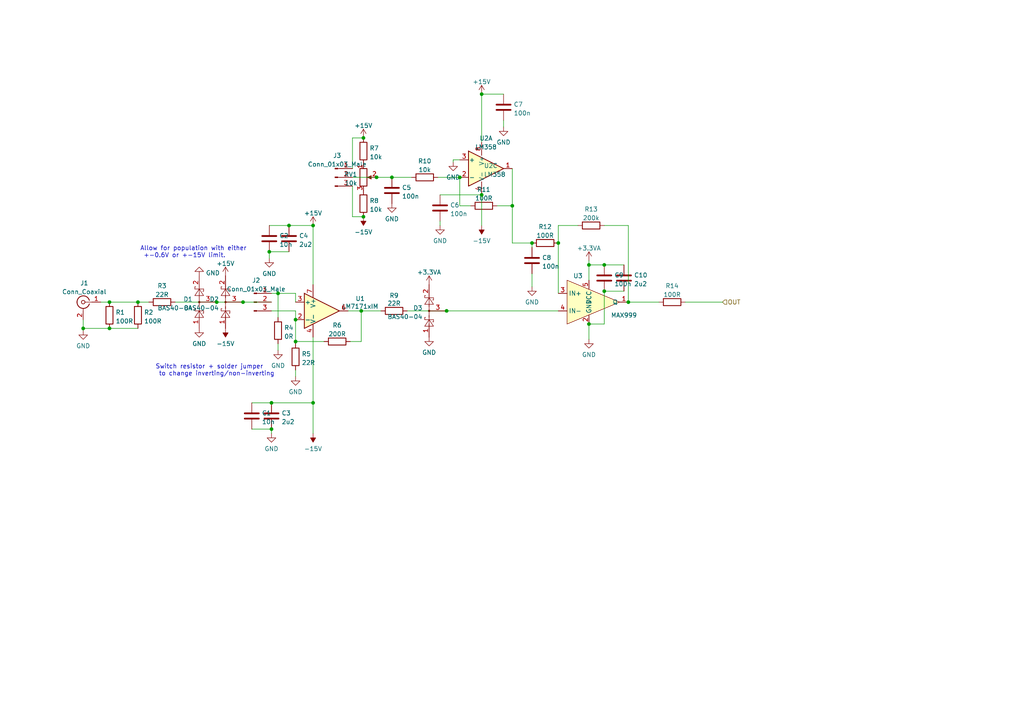
<source format=kicad_sch>
(kicad_sch (version 20211123) (generator eeschema)
  (paper "A4")
  (lib_symbols
    (symbol "AD:MAX999"
      (property "Reference" "U" (at 7.62 -5.08 0))
      (property "Value" "MAX999" (at 10.16 3.81 0))
      (symbol "MAX999_0_1"
        (polyline (pts (xy 7.62 0) (xy -7.62 -6.35) (xy -7.62 6.35) (xy 7.62 0)) (fill (type background)))
      )
      (symbol "MAX999_1_1"
        (pin input line (at 10.16 0 180) (length 2.54) (name "Q") (number "1"))
        (pin input line (at -1.27 -6.35 90) (length 2.54) (name "GND") (number "2"))
        (pin input line (at -10.16 2.54 0) (length 2.54) (name "IN+") (number "3"))
        (pin input line (at -10.16 -2.54 0) (length 2.54) (name "IN-") (number "4"))
        (pin input line (at -1.27 6.35 270) (length 2.54) (name "VCC") (number "5"))
      )
    )
    (symbol "Amplifier_Operational:LM358" (pin_names (offset 0.127))
      (property "Reference" "U" (at 0 5.08 0))
      (property "Value" "LM358" (at 0 -5.08 0))
      (symbol "LM358_1_1"
        (polyline (pts (xy -5.08 5.08) (xy 5.08 0) (xy -5.08 -5.08) (xy -5.08 5.08)) (stroke (width 0.254)) (fill (type background)))
        (pin output line (at 7.62 0 180) (length 2.54) (name "~") (number "1"))
        (pin input line (at -7.62 -2.54 0) (length 2.54) (name "-") (number "2"))
        (pin input line (at -7.62 2.54 0) (length 2.54) (name "+") (number "3"))
      )
      (symbol "LM358_2_1"
        (polyline (pts (xy -5.08 5.08) (xy 5.08 0) (xy -5.08 -5.08) (xy -5.08 5.08)) (stroke (width 0.254)) (fill (type background)))
        (pin input line (at -7.62 2.54 0) (length 2.54) (name "+") (number "5"))
        (pin input line (at -7.62 -2.54 0) (length 2.54) (name "-") (number "6"))
        (pin output line (at 7.62 0 180) (length 2.54) (name "~") (number "7"))
      )
      (symbol "LM358_3_1"
        (pin power_in line (at -2.54 -7.62 90) (length 3.81) (name "V-") (number "4"))
        (pin power_in line (at -2.54 7.62 270) (length 3.81) (name "V+") (number "8"))
      )
    )
    (symbol "Amplifier_Operational:LM7171xIM" (pin_names (offset 0.127))
      (property "Reference" "U" (at 0 6.35 0))
      (property "Value" "LM7171xIM" (at 0 3.81 0))
      (symbol "LM7171xIM_1_1"
        (polyline (pts (xy -5.08 5.08) (xy 5.08 0) (xy -5.08 -5.08) (xy -5.08 5.08)) (stroke (width 0.254)) (fill (type background)))
        (pin no_connect line (at 0 7.62 270) (length 5.08) hide (name "NC") (number "1"))
        (pin input line (at -7.62 -2.54 0) (length 2.54) (name "-") (number "2"))
        (pin input line (at -7.62 2.54 0) (length 2.54) (name "+") (number "3"))
        (pin power_in line (at -2.54 -7.62 90) (length 3.81) (name "V-") (number "4"))
        (pin no_connect line (at 0 -7.62 90) (length 5.08) hide (name "NC") (number "5"))
        (pin output line (at 7.62 0 180) (length 2.54) (name "~") (number "6"))
        (pin power_in line (at -2.54 7.62 270) (length 3.81) (name "V+") (number "7"))
        (pin no_connect line (at 2.54 -7.62 90) (length 6.35) hide (name "NC") (number "8"))
      )
    )
    (symbol "Connector:Conn_01x03_Male" (pin_names (offset 1.016) hide)
      (property "Reference" "J" (at 0 5.08 0))
      (property "Value" "Conn_01x03_Male" (at 0 -5.08 0))
      (symbol "Conn_01x03_Male_1_1"
        (polyline (pts (xy 1.27 -2.54) (xy 0.8636 -2.54)) (stroke (width 0.1524)))
        (polyline (pts (xy 1.27 0) (xy 0.8636 0)) (stroke (width 0.1524)))
        (polyline (pts (xy 1.27 2.54) (xy 0.8636 2.54)) (stroke (width 0.1524)))
        (rectangle (start 0.8636 -2.413) (end 0 -2.667) (stroke (width 0.1524)) (fill (type outline)))
        (rectangle (start 0.8636 0.127) (end 0 -0.127) (stroke (width 0.1524)) (fill (type outline)))
        (rectangle (start 0.8636 2.667) (end 0 2.413) (stroke (width 0.1524)) (fill (type outline)))
        (pin passive line (at 5.08 2.54 180) (length 3.81) (name "Pin_1") (number "1"))
        (pin passive line (at 5.08 0 180) (length 3.81) (name "Pin_2") (number "2"))
        (pin passive line (at 5.08 -2.54 180) (length 3.81) (name "Pin_3") (number "3"))
      )
    )
    (symbol "Connector:Conn_Coaxial" (pin_names (offset 1.016) hide)
      (property "Reference" "J" (at 0.254 3.048 0))
      (property "Value" "Conn_Coaxial" (at 2.921 0 90))
      (symbol "Conn_Coaxial_0_1"
        (arc (start -1.778 -0.508) (mid 0.2311 -1.8066) (end 1.778 0) (stroke (width 0.254)))
        (polyline (pts (xy -2.54 0) (xy -0.508 0)))
        (polyline (pts (xy 0 -2.54) (xy 0 -1.778)))
        (circle (center 0 0) (radius 0.508) (stroke (width 0.2032)))
        (arc (start 1.778 0) (mid 0.2099 1.8101) (end -1.778 0.508) (stroke (width 0.254)))
      )
      (symbol "Conn_Coaxial_1_1"
        (pin passive line (at -5.08 0 0) (length 2.54) (name "In") (number "1"))
        (pin passive line (at 0 -5.08 90) (length 2.54) (name "Ext") (number "2"))
      )
    )
    (symbol "Device:C" (pin_numbers hide) (pin_names (offset 0.254))
      (property "Reference" "C" (at 0.635 2.54 0))
      (property "Value" "C" (at 0.635 -2.54 0))
      (symbol "C_0_1"
        (polyline (pts (xy -2.032 -0.762) (xy 2.032 -0.762)) (stroke (width 0.508)))
        (polyline (pts (xy -2.032 0.762) (xy 2.032 0.762)) (stroke (width 0.508)))
      )
      (symbol "C_1_1"
        (pin passive line (at 0 3.81 270) (length 2.794) (name "~") (number "1"))
        (pin passive line (at 0 -3.81 90) (length 2.794) (name "~") (number "2"))
      )
    )
    (symbol "Device:R" (pin_numbers hide) (pin_names (offset 0))
      (property "Reference" "R" (at 2.032 0 90))
      (property "Value" "R" (at 0 0 90))
      (symbol "R_0_1"
        (rectangle (start -1.016 -2.54) (end 1.016 2.54) (stroke (width 0.254)))
      )
      (symbol "R_1_1"
        (pin passive line (at 0 3.81 270) (length 1.27) (name "~") (number "1"))
        (pin passive line (at 0 -3.81 90) (length 1.27) (name "~") (number "2"))
      )
    )
    (symbol "Device:R_Potentiometer" (pin_names (offset 1.016) hide)
      (property "Reference" "RV" (at -4.445 0 90))
      (property "Value" "R_Potentiometer" (at -2.54 0 90))
      (symbol "R_Potentiometer_0_1"
        (polyline (pts (xy 2.54 0) (xy 1.524 0)))
        (polyline (pts (xy 1.143 0) (xy 2.286 0.508) (xy 2.286 -0.508) (xy 1.143 0)) (fill (type outline)))
        (rectangle (start 1.016 2.54) (end -1.016 -2.54) (stroke (width 0.254)))
      )
      (symbol "R_Potentiometer_1_1"
        (pin passive line (at 0 3.81 270) (length 1.27) (name "1") (number "1"))
        (pin passive line (at 3.81 0 180) (length 1.27) (name "2") (number "2"))
        (pin passive line (at 0 -3.81 90) (length 1.27) (name "3") (number "3"))
      )
    )
    (symbol "Diode:BAS40-04" (pin_names (offset 1.016))
      (property "Reference" "D" (at 0.635 -1.27 0))
      (property "Value" "BAS40-04" (at -6.35 5.715 0))
      (symbol "BAS40-04_0_1"
        (polyline (pts (xy -3.81 2.54) (xy -1.27 2.54)))
        (polyline (pts (xy -3.175 1.27) (xy -3.175 1.524)))
        (polyline (pts (xy -2.54 1.27) (xy -3.175 1.27)))
        (polyline (pts (xy -2.54 1.27) (xy -2.54 3.81)))
        (polyline (pts (xy -2.54 3.81) (xy -1.905 3.81)))
        (polyline (pts (xy -1.905 2.54) (xy 1.905 2.54)))
        (polyline (pts (xy -1.905 3.81) (xy -1.905 3.556)))
        (polyline (pts (xy 1.27 2.54) (xy 3.81 2.54)))
        (polyline (pts (xy 3.175 1.27) (xy 3.175 1.524)))
        (polyline (pts (xy 3.81 1.27) (xy 3.175 1.27)))
        (polyline (pts (xy 3.81 1.27) (xy 3.81 3.81)))
        (polyline (pts (xy 3.81 3.81) (xy 4.445 3.81)))
        (polyline (pts (xy 4.445 3.81) (xy 4.445 3.556)))
        (polyline (pts (xy -4.445 3.81) (xy -4.445 1.27) (xy -2.54 2.54) (xy -4.445 3.81)))
        (polyline (pts (xy 1.905 3.81) (xy 1.905 1.27) (xy 3.81 2.54) (xy 1.905 3.81)))
        (circle (center 0 2.54) (radius 0.254) (fill (type outline)))
      )
      (symbol "BAS40-04_1_1"
        (pin passive line (at -7.62 2.54 0) (length 3.81) (name "~") (number "1"))
        (pin passive line (at 7.62 2.54 180) (length 3.81) (name "~") (number "2"))
        (pin passive line (at 0 -2.54 90) (length 5.08) (name "~") (number "3"))
      )
    )
    (symbol "power:+15V" (power) (pin_names (offset 0))
      (property "Value" "+15V" (at 0 3.556 0))
      (symbol "+15V_0_1"
        (polyline (pts (xy -0.762 1.27) (xy 0 2.54)))
        (polyline (pts (xy 0 0) (xy 0 2.54)))
        (polyline (pts (xy 0 2.54) (xy 0.762 1.27)))
      )
      (symbol "+15V_1_1"
        (pin power_in line (at 0 0 90) (length 0) hide (name "+15V") (number "1"))
      )
    )
    (symbol "power:+3.3VA" (power) (pin_names (offset 0))
      (property "Value" "+3.3VA" (at 0 3.556 0))
      (symbol "+3.3VA_0_1"
        (polyline (pts (xy -0.762 1.27) (xy 0 2.54)))
        (polyline (pts (xy 0 0) (xy 0 2.54)))
        (polyline (pts (xy 0 2.54) (xy 0.762 1.27)))
      )
      (symbol "+3.3VA_1_1"
        (pin power_in line (at 0 0 90) (length 0) hide (name "+3.3VA") (number "1"))
      )
    )
    (symbol "power:-15V" (power) (pin_names (offset 0))
      (property "Value" "-15V" (at 0 3.81 0))
      (symbol "-15V_0_0"
        (pin power_in line (at 0 0 90) (length 0) hide (name "-15V") (number "1"))
      )
      (symbol "-15V_0_1"
        (polyline (pts (xy 0 0) (xy 0 1.27) (xy 0.762 1.27) (xy 0 2.54) (xy -0.762 1.27) (xy 0 1.27)) (fill (type outline)))
      )
    )
    (symbol "power:GND" (power) (pin_names (offset 0))
      (property "Value" "GND" (at 0 -3.81 0))
      (symbol "GND_0_1"
        (polyline (pts (xy 0 0) (xy 0 -1.27) (xy 1.27 -1.27) (xy 0 -2.54) (xy -1.27 -1.27) (xy 0 -1.27)))
      )
      (symbol "GND_1_1"
        (pin power_in line (at 0 0 270) (length 0) hide (name "GND") (number "1"))
      )
    )
  )
  (junction (at 78.74 124.46))
  (junction (at 139.7 56.515))
  (junction (at 105.41 62.865))
  (junction (at 105.41 40.005))
  (junction (at 175.26 84.455))
  (junction (at 104.775 90.17))
  (junction (at 133.35 51.435))
  (junction (at 85.725 99.06))
  (junction (at 83.82 65.405))
  (junction (at 70.485 87.63))
  (junction (at 170.815 93.98))
  (junction (at 80.645 85.09))
  (junction (at 113.665 51.435))
  (junction (at 85.725 92.71))
  (junction (at 90.805 65.405))
  (junction (at 90.805 116.84))
  (junction (at 62.865 87.63))
  (junction (at 40.005 87.63))
  (junction (at 161.925 70.485))
  (junction (at 31.75 95.25))
  (junction (at 78.74 116.84))
  (junction (at 148.59 59.69))
  (junction (at 78.105 73.025))
  (junction (at 175.26 76.835))
  (junction (at 139.7 27.305))
  (junction (at 24.13 95.25))
  (junction (at 31.75 87.63))
  (junction (at 109.22 51.435))
  (junction (at 170.815 76.835))
  (junction (at 154.305 70.485))
  (junction (at 182.245 87.63))
  (junction (at 129.54 90.17))
  (wire (pts (xy 85.725 85.09) (xy 85.725 87.63)))
  (wire (pts (xy 182.245 87.63) (xy 191.135 87.63)))
  (wire (pts (xy 105.41 62.865) (xy 102.235 62.865)))
  (wire (pts (xy 85.725 92.71) (xy 85.725 99.06)))
  (wire (pts (xy 90.805 65.405) (xy 90.805 82.55)))
  (wire (pts (xy 129.54 90.17) (xy 161.925 90.17)))
  (wire (pts (xy 148.59 59.69) (xy 144.145 59.69)))
  (wire (pts (xy 127.635 64.135) (xy 127.635 65.405)))
  (wire (pts (xy 182.245 65.405) (xy 175.26 65.405)))
  (wire (pts (xy 78.74 90.17) (xy 85.725 90.17)))
  (wire (pts (xy 161.925 65.405) (xy 161.925 70.485)))
  (wire (pts (xy 78.105 73.025) (xy 78.105 74.93)))
  (wire (pts (xy 78.74 116.84) (xy 90.805 116.84)))
  (wire (pts (xy 101.6 99.06) (xy 104.775 99.06)))
  (wire (pts (xy 102.235 40.005) (xy 105.41 40.005)))
  (wire (pts (xy 161.925 70.485) (xy 161.925 85.09)))
  (wire (pts (xy 127 51.435) (xy 133.35 51.435)))
  (wire (pts (xy 29.21 87.63) (xy 31.75 87.63)))
  (wire (pts (xy 131.445 46.355) (xy 131.445 46.99)))
  (wire (pts (xy 139.7 27.305) (xy 139.7 41.275)))
  (wire (pts (xy 154.305 70.485) (xy 154.305 71.755)))
  (wire (pts (xy 175.26 84.455) (xy 175.26 93.98)))
  (wire (pts (xy 90.805 97.79) (xy 90.805 116.84)))
  (wire (pts (xy 24.13 95.25) (xy 31.75 95.25)))
  (wire (pts (xy 133.35 59.69) (xy 136.525 59.69)))
  (wire (pts (xy 85.725 90.17) (xy 85.725 92.71)))
  (wire (pts (xy 133.35 46.355) (xy 131.445 46.355)))
  (wire (pts (xy 80.645 85.09) (xy 80.645 92.075)))
  (wire (pts (xy 133.35 51.435) (xy 133.35 59.69)))
  (wire (pts (xy 85.725 99.06) (xy 93.98 99.06)))
  (wire (pts (xy 170.815 93.98) (xy 170.815 98.425)))
  (wire (pts (xy 148.59 70.485) (xy 154.305 70.485)))
  (wire (pts (xy 113.665 51.435) (xy 119.38 51.435)))
  (wire (pts (xy 85.725 99.06) (xy 85.725 99.695)))
  (wire (pts (xy 175.26 76.835) (xy 180.975 76.835)))
  (wire (pts (xy 80.645 99.695) (xy 80.645 101.6)))
  (wire (pts (xy 146.05 27.305) (xy 139.7 27.305)))
  (wire (pts (xy 146.05 34.925) (xy 146.05 36.83)))
  (wire (pts (xy 109.22 51.435) (xy 113.665 51.435)))
  (wire (pts (xy 175.26 84.455) (xy 180.975 84.455)))
  (wire (pts (xy 167.64 65.405) (xy 161.925 65.405)))
  (wire (pts (xy 118.11 90.17) (xy 129.54 90.17)))
  (wire (pts (xy 170.815 76.835) (xy 170.815 81.28)))
  (wire (pts (xy 139.7 56.515) (xy 139.7 65.405)))
  (wire (pts (xy 24.13 95.25) (xy 24.13 95.885)))
  (wire (pts (xy 73.025 124.46) (xy 78.74 124.46)))
  (wire (pts (xy 31.75 87.63) (xy 40.005 87.63)))
  (wire (pts (xy 104.775 90.17) (xy 104.775 99.06)))
  (wire (pts (xy 40.005 87.63) (xy 43.18 87.63)))
  (wire (pts (xy 80.645 85.09) (xy 85.725 85.09)))
  (wire (pts (xy 127.635 56.515) (xy 139.7 56.515)))
  (wire (pts (xy 102.235 51.435) (xy 109.22 51.435)))
  (wire (pts (xy 175.26 93.98) (xy 170.815 93.98)))
  (wire (pts (xy 62.865 87.63) (xy 70.485 87.63)))
  (wire (pts (xy 182.245 87.63) (xy 182.245 65.405)))
  (wire (pts (xy 24.13 92.71) (xy 24.13 95.25)))
  (wire (pts (xy 78.105 65.405) (xy 83.82 65.405)))
  (wire (pts (xy 154.305 79.375) (xy 154.305 83.185)))
  (wire (pts (xy 78.105 73.025) (xy 83.82 73.025)))
  (wire (pts (xy 170.815 75.565) (xy 170.815 76.835)))
  (wire (pts (xy 104.775 90.17) (xy 110.49 90.17)))
  (wire (pts (xy 102.235 53.975) (xy 102.235 62.865)))
  (wire (pts (xy 83.82 65.405) (xy 90.805 65.405)))
  (wire (pts (xy 31.75 95.25) (xy 40.005 95.25)))
  (wire (pts (xy 90.805 116.84) (xy 90.805 125.73)))
  (wire (pts (xy 100.965 90.17) (xy 104.775 90.17)))
  (wire (pts (xy 148.59 59.69) (xy 148.59 70.485)))
  (wire (pts (xy 78.74 124.46) (xy 78.74 125.73)))
  (wire (pts (xy 78.74 85.09) (xy 80.645 85.09)))
  (wire (pts (xy 170.815 76.835) (xy 175.26 76.835)))
  (wire (pts (xy 73.025 116.84) (xy 78.74 116.84)))
  (wire (pts (xy 85.725 107.315) (xy 85.725 109.22)))
  (wire (pts (xy 102.235 48.895) (xy 102.235 40.005)))
  (wire (pts (xy 50.8 87.63) (xy 62.865 87.63)))
  (wire (pts (xy 70.485 87.63) (xy 78.74 87.63)))
  (wire (pts (xy 148.59 48.895) (xy 148.59 59.69)))
  (wire (pts (xy 198.755 87.63) (xy 209.55 87.63)))
  (text "Allow for population with either\n +-0.6V or +-15V limit." (at 40.64 74.93 0) (effects (font (size 1.27 1.27)) (justify left bottom)))
  (text "Switch resistor + solder jumper\n to change inverting/non-inverting" (at 45.085 109.22 0) (effects (font (size 1.27 1.27)) (justify left bottom)))
  (hierarchical_label "OUT" (shape input) (at 209.55 87.63 0))
  (symbol (lib_id "power:GND") (at 57.785 80.01 180) (unit 1)
    (property "Reference" "#PWR0117" (effects hide))
    (property "Value" "GND" (at 59.69 79.1738 0) (effects (justify right)))
  )
  (symbol (lib_id "Diode:BAS40-04") (at 67.945 87.63 90) (unit 1)
    (property "Reference" "D2" (at 63.5 86.7953 90) (effects (justify left)))
    (property "Value" "BAS40-04" (at 63.5 89.3322 90) (effects (justify left)))
    (property "Footprint" "Package_TO_SOT_SMD:SOT-23" (effects hide))
    (property "Datasheet" "http://www.vishay.com/docs/85701/bas40v.pdf" (effects hide))
  )
  (symbol (lib_id "power:GND") (at 78.74 125.73 0) (unit 1)
    (property "Reference" "#PWR0112" (effects hide))
    (property "Value" "GND" (at 78.74 130.1734 0))
  )
  (symbol (lib_id "Device:C") (at 73.025 120.65 0) (unit 1)
    (property "Reference" "C1" (at 75.946 119.8153 0) (effects (justify left)))
    (property "Value" "10n" (at 75.946 122.3522 0) (effects (justify left)))
    (property "Footprint" "Capacitor_SMD:C_0402_1005Metric" (effects hide))
  )
  (symbol (lib_id "Device:C") (at 154.305 75.565 0) (unit 1)
    (property "Reference" "C8" (at 157.226 74.7303 0) (effects (justify left)))
    (property "Value" "100n" (at 157.226 77.2672 0) (effects (justify left)))
    (property "Footprint" "Capacitor_SMD:C_0402_1005Metric" (effects hide))
  )
  (symbol (lib_id "Device:C") (at 83.82 69.215 0) (unit 1)
    (property "Reference" "C4" (at 86.741 68.3803 0) (effects (justify left)))
    (property "Value" "2u2" (at 86.741 70.9172 0) (effects (justify left)))
    (property "Footprint" "Capacitor_SMD:C_0603_1608Metric" (effects hide))
  )
  (symbol (lib_id "power:+15V") (at 65.405 80.01 0) (unit 1)
    (property "Reference" "#PWR0116" (effects hide))
    (property "Value" "+15V" (at 65.405 76.4342 0))
  )
  (symbol (lib_id "Device:C") (at 78.105 69.215 0) (unit 1)
    (property "Reference" "C2" (at 81.026 68.3803 0) (effects (justify left)))
    (property "Value" "10n" (at 81.026 70.9172 0) (effects (justify left)))
    (property "Footprint" "Capacitor_SMD:C_0402_1005Metric" (effects hide))
  )
  (symbol (lib_id "Connector:Conn_01x03_Male") (at 73.66 87.63 0) (unit 1)
    (property "Reference" "J2" (at 74.295 81.314 0))
    (property "Value" "Conn_01x03_Male" (at 74.295 83.8509 0))
    (property "Footprint" "Jumper:SolderJumper-3_P1.3mm_Bridged12_Pad1.0x1.5mm" (effects hide))
  )
  (symbol (lib_id "Device:R") (at 123.19 51.435 90) (unit 1)
    (property "Reference" "R10" (at 123.19 46.7192 90))
    (property "Value" "10k" (at 123.19 49.2561 90))
    (property "Footprint" "Resistor_SMD:R_0402_1005Metric" (effects hide))
  )
  (symbol (lib_id "Diode:BAS40-04") (at 60.325 87.63 90) (unit 1)
    (property "Reference" "D1" (at 55.88 86.7953 90) (effects (justify left)))
    (property "Value" "BAS40-04" (at 55.88 89.3322 90) (effects (justify left)))
    (property "Footprint" "Package_TO_SOT_SMD:SOT-23" (effects hide))
    (property "Datasheet" "http://www.vishay.com/docs/85701/bas40v.pdf" (effects hide))
  )
  (symbol (lib_id "power:-15V") (at 105.41 62.865 180) (unit 1)
    (property "Reference" "#PWR0105" (effects hide))
    (property "Value" "-15V" (at 105.41 67.3084 0))
  )
  (symbol (lib_id "Amplifier_Operational:LM7171xIM") (at 93.345 90.17 0) (unit 1)
    (property "Reference" "U1" (at 104.4673 86.6141 0))
    (property "Value" "LM7171xIM" (at 104.4673 88.8802 0))
    (property "Footprint" "Package_SO:SOIC-8_3.9x4.9mm_P1.27mm" (effects hide))
    (property "Datasheet" "https://www.ti.com/lit/ds/symlink/lm7171.pdf" (effects hide))
  )
  (symbol (lib_id "Device:C") (at 146.05 31.115 0) (unit 1)
    (property "Reference" "C7" (at 148.971 30.2803 0) (effects (justify left)))
    (property "Value" "100n" (at 148.971 32.8172 0) (effects (justify left)))
    (property "Footprint" "Capacitor_SMD:C_0402_1005Metric" (effects hide))
  )
  (symbol (lib_id "power:GND") (at 85.725 109.22 0) (unit 1)
    (property "Reference" "#PWR0111" (effects hide))
    (property "Value" "GND" (at 85.725 113.6634 0))
  )
  (symbol (lib_id "Device:R") (at 31.75 91.44 0) (unit 1)
    (property "Reference" "R1" (at 33.528 90.6053 0) (effects (justify left)))
    (property "Value" "100R" (at 33.528 93.1422 0) (effects (justify left)))
    (property "Footprint" "Resistor_SMD:R_0402_1005Metric" (effects hide))
  )
  (symbol (lib_id "AD:MAX999") (at 172.085 87.63 0) (unit 1)
    (property "Reference" "U3" (at 167.64 80.01 0))
    (property "Value" "MAX999" (at 180.975 91.44 0))
    (property "Footprint" "Package_TO_SOT_SMD:SOT-23-5" (effects hide))
  )
  (symbol (lib_id "power:GND") (at 113.665 59.055 0) (unit 1)
    (property "Reference" "#PWR0106" (effects hide))
    (property "Value" "GND" (at 113.665 63.4984 0))
  )
  (symbol (lib_id "Device:R") (at 80.645 95.885 180) (unit 1)
    (property "Reference" "R4" (at 82.423 95.0503 0) (effects (justify right)))
    (property "Value" "0R" (at 82.423 97.5872 0) (effects (justify right)))
    (property "Footprint" "Resistor_SMD:R_0402_1005Metric" (effects hide))
  )
  (symbol (lib_id "power:GND") (at 154.305 83.185 0) (unit 1)
    (property "Reference" "#PWR0123" (effects hide))
    (property "Value" "GND" (at 154.305 87.6284 0))
  )
  (symbol (lib_id "power:+15V") (at 105.41 40.005 0) (unit 1)
    (property "Reference" "#PWR0110" (effects hide))
    (property "Value" "+15V" (at 105.41 36.4292 0))
  )
  (symbol (lib_id "power:GND") (at 24.13 95.885 0) (unit 1)
    (property "Reference" "#PWR0118" (effects hide))
    (property "Value" "GND" (at 24.13 100.3284 0))
  )
  (symbol (lib_id "Device:R") (at 194.945 87.63 90) (unit 1)
    (property "Reference" "R14" (at 194.945 82.9142 90))
    (property "Value" "100R" (at 194.945 85.4511 90))
    (property "Footprint" "Resistor_SMD:R_0402_1005Metric" (effects hide))
  )
  (symbol (lib_id "power:GND") (at 146.05 36.83 0) (unit 1)
    (property "Reference" "#PWR0108" (effects hide))
    (property "Value" "GND" (at 146.05 41.2734 0))
  )
  (symbol (lib_id "power:GND") (at 57.785 95.25 0) (unit 1)
    (property "Reference" "#PWR0120" (effects hide))
    (property "Value" "GND" (at 57.785 99.6934 0))
  )
  (symbol (lib_id "power:GND") (at 78.105 74.93 0) (unit 1)
    (property "Reference" "#PWR0115" (effects hide))
    (property "Value" "GND" (at 78.105 79.3734 0))
  )
  (symbol (lib_id "Connector:Conn_01x03_Male") (at 97.155 51.435 0) (unit 1)
    (property "Reference" "J3" (at 97.79 45.119 0))
    (property "Value" "Conn_01x03_Male" (at 97.79 47.6559 0))
    (property "Footprint" "Connector_PinHeader_2.54mm:PinHeader_1x03_P2.54mm_Vertical" (effects hide))
  )
  (symbol (lib_id "Device:R") (at 140.335 59.69 90) (unit 1)
    (property "Reference" "R11" (at 140.335 54.9742 90))
    (property "Value" "100R" (at 140.335 57.5111 90))
    (property "Footprint" "Resistor_SMD:R_0402_1005Metric" (effects hide))
  )
  (symbol (lib_id "power:+15V") (at 90.805 65.405 0) (unit 1)
    (property "Reference" "#PWR0104" (effects hide))
    (property "Value" "+15V" (at 90.805 61.8292 0))
  )
  (symbol (lib_id "power:-15V") (at 139.7 65.405 180) (unit 1)
    (property "Reference" "#PWR0122" (effects hide))
    (property "Value" "-15V" (at 139.7 69.8484 0))
  )
  (symbol (lib_id "Device:C") (at 113.665 55.245 0) (unit 1)
    (property "Reference" "C5" (at 116.586 54.4103 0) (effects (justify left)))
    (property "Value" "100n" (at 116.586 56.9472 0) (effects (justify left)))
    (property "Footprint" "Capacitor_SMD:C_0402_1005Metric" (effects hide))
  )
  (symbol (lib_id "Device:C") (at 78.74 120.65 0) (unit 1)
    (property "Reference" "C3" (at 81.661 119.8153 0) (effects (justify left)))
    (property "Value" "2u2" (at 81.661 122.3522 0) (effects (justify left)))
    (property "Footprint" "Capacitor_SMD:C_0603_1608Metric" (effects hide))
  )
  (symbol (lib_id "Device:R") (at 114.3 90.17 270) (unit 1)
    (property "Reference" "R9" (at 114.3 85.725 90))
    (property "Value" "22R" (at 114.3 87.9911 90))
    (property "Footprint" "Resistor_SMD:R_0402_1005Metric" (effects hide))
  )
  (symbol (lib_id "Device:R") (at 171.45 65.405 90) (unit 1)
    (property "Reference" "R13" (at 171.45 60.6892 90))
    (property "Value" "200k" (at 171.45 63.2261 90))
    (property "Footprint" "Resistor_SMD:R_0402_1005Metric" (effects hide))
  )
  (symbol (lib_id "Connector:Conn_Coaxial") (at 24.13 87.63 0) (mirror y) (unit 1)
    (property "Reference" "J1" (at 24.4474 82.1036 0))
    (property "Value" "Conn_Coaxial" (at 24.4474 84.6405 0))
    (property "Footprint" "Connector_Coaxial:BNC_Amphenol_B6252HB-NPP3G-50_Horizontal" (effects hide))
    (property "Datasheet" " ~" (effects hide))
  )
  (symbol (lib_id "Device:C") (at 127.635 60.325 0) (unit 1)
    (property "Reference" "C6" (at 130.556 59.4903 0) (effects (justify left)))
    (property "Value" "100n" (at 130.556 62.0272 0) (effects (justify left)))
    (property "Footprint" "Capacitor_SMD:C_0402_1005Metric" (effects hide))
  )
  (symbol (lib_id "Diode:BAS40-04") (at 127 90.17 90) (unit 1)
    (property "Reference" "D3" (at 122.555 89.3353 90) (effects (justify left)))
    (property "Value" "BAS40-04" (at 122.555 91.8722 90) (effects (justify left)))
    (property "Footprint" "Package_TO_SOT_SMD:SOT-23" (effects hide))
    (property "Datasheet" "http://www.vishay.com/docs/85701/bas40v.pdf" (effects hide))
  )
  (symbol (lib_id "Device:C") (at 180.975 80.645 0) (unit 1)
    (property "Reference" "C10" (at 183.896 79.8103 0) (effects (justify left)))
    (property "Value" "2u2" (at 183.896 82.3472 0) (effects (justify left)))
    (property "Footprint" "Capacitor_SMD:C_0603_1608Metric" (effects hide))
  )
  (symbol (lib_id "Device:C") (at 175.26 80.645 0) (unit 1)
    (property "Reference" "C9" (at 178.181 79.8103 0) (effects (justify left)))
    (property "Value" "100n" (at 178.181 82.3472 0) (effects (justify left)))
    (property "Footprint" "Capacitor_SMD:C_0402_1005Metric" (effects hide))
  )
  (symbol (lib_id "power:+3.3VA") (at 124.46 82.55 0) (unit 1)
    (property "Reference" "#PWR0103" (effects hide))
    (property "Value" "+3.3VA" (at 124.46 78.9742 0))
  )
  (symbol (lib_id "Device:R") (at 158.115 70.485 90) (unit 1)
    (property "Reference" "R12" (at 158.115 65.7692 90))
    (property "Value" "100R" (at 158.115 68.3061 90))
    (property "Footprint" "Resistor_SMD:R_0402_1005Metric" (effects hide))
  )
  (symbol (lib_id "Device:R") (at 105.41 59.055 180) (unit 1)
    (property "Reference" "R8" (at 107.188 58.2203 0) (effects (justify right)))
    (property "Value" "10k" (at 107.188 60.7572 0) (effects (justify right)))
    (property "Footprint" "Resistor_SMD:R_0402_1005Metric" (effects hide))
  )
  (symbol (lib_id "Device:R") (at 97.79 99.06 90) (unit 1)
    (property "Reference" "R6" (at 97.79 94.3442 90))
    (property "Value" "200R" (at 97.79 96.8811 90))
    (property "Footprint" "Resistor_SMD:R_0402_1005Metric" (effects hide))
  )
  (symbol (lib_id "power:-15V") (at 65.405 95.25 180) (unit 1)
    (property "Reference" "#PWR0119" (effects hide))
    (property "Value" "-15V" (at 65.405 99.6934 0))
  )
  (symbol (lib_id "power:GND") (at 127.635 65.405 0) (unit 1)
    (property "Reference" "#PWR0102" (effects hide))
    (property "Value" "GND" (at 127.635 69.8484 0))
  )
  (symbol (lib_id "power:GND") (at 131.445 46.99 0) (unit 1)
    (property "Reference" "#PWR0109" (effects hide))
    (property "Value" "GND" (at 131.445 51.4334 0))
  )
  (symbol (lib_id "Device:R_Potentiometer") (at 105.41 51.435 0) (unit 1)
    (property "Reference" "RV1" (at 103.6321 50.6003 0) (effects (justify right)))
    (property "Value" "10k" (at 103.6321 53.1372 0) (effects (justify right)))
    (property "Footprint" "Potentiometer_THT:Potentiometer_Bourns_3296W_Vertical" (effects hide))
  )
  (symbol (lib_id "Device:R") (at 40.005 91.44 0) (unit 1)
    (property "Reference" "R2" (at 41.783 90.6053 0) (effects (justify left)))
    (property "Value" "100R" (at 41.783 93.1422 0) (effects (justify left)))
    (property "Footprint" "Resistor_SMD:R_0402_1005Metric" (effects hide))
  )
  (symbol (lib_id "Device:R") (at 85.725 103.505 180) (unit 1)
    (property "Reference" "R5" (at 87.503 102.6703 0) (effects (justify right)))
    (property "Value" "22R" (at 87.503 105.2072 0) (effects (justify right)))
    (property "Footprint" "Resistor_SMD:R_0402_1005Metric" (effects hide))
  )
  (symbol (lib_id "Device:R") (at 105.41 43.815 180) (unit 1)
    (property "Reference" "R7" (at 107.188 42.9803 0) (effects (justify right)))
    (property "Value" "10k" (at 107.188 45.5172 0) (effects (justify right)))
    (property "Footprint" "Resistor_SMD:R_0402_1005Metric" (effects hide))
  )
  (symbol (lib_id "Amplifier_Operational:LM358") (at 142.24 48.895 0) (unit 3)
    (property "Reference" "U2" (at 140.335 48.0603 0) (effects (justify left)))
    (property "Value" "LM358" (at 140.335 50.5972 0) (effects (justify left)))
    (property "Footprint" "Package_SO:SOIC-8_3.9x4.9mm_P1.27mm" (effects hide))
    (property "Datasheet" "http://www.ti.com/lit/ds/symlink/lm2904-n.pdf" (effects hide))
  )
  (symbol (lib_id "Amplifier_Operational:LM358") (at 140.97 48.895 0) (unit 1)
    (property "Reference" "U2" (at 140.97 40.1152 0))
    (property "Value" "LM358" (at 140.97 42.6521 0))
    (property "Footprint" "Package_SO:SOIC-8_3.9x4.9mm_P1.27mm" (effects hide))
    (property "Datasheet" "http://www.ti.com/lit/ds/symlink/lm2904-n.pdf" (effects hide))
  )
  (symbol (lib_id "power:GND") (at 80.645 101.6 0) (unit 1)
    (property "Reference" "#PWR0114" (effects hide))
    (property "Value" "GND" (at 80.645 106.0434 0))
  )
  (symbol (lib_id "power:GND") (at 170.815 98.425 0) (unit 1)
    (property "Reference" "#PWR0121" (effects hide))
    (property "Value" "GND" (at 170.815 102.8684 0))
  )
  (symbol (lib_id "power:+15V") (at 139.7 27.305 0) (unit 1)
    (property "Reference" "#PWR0107" (effects hide))
    (property "Value" "+15V" (at 139.7 23.7292 0))
  )
  (symbol (lib_id "power:+3.3VA") (at 170.815 75.565 0) (unit 1)
    (property "Reference" "#PWR0124" (effects hide))
    (property "Value" "+3.3VA" (at 170.815 71.9892 0))
  )
  (symbol (lib_id "power:-15V") (at 90.805 125.73 180) (unit 1)
    (property "Reference" "#PWR0113" (effects hide))
    (property "Value" "-15V" (at 90.805 130.1734 0))
  )
  (symbol (lib_id "Device:R") (at 46.99 87.63 90) (unit 1)
    (property "Reference" "R3" (at 46.99 82.9142 90))
    (property "Value" "22R" (at 46.99 85.4511 90))
    (property "Footprint" "Resistor_SMD:R_0402_1005Metric" (effects hide))
  )
  (symbol (lib_id "power:GND") (at 124.46 97.79 0) (unit 1)
    (property "Reference" "#PWR0101" (effects hide))
    (property "Value" "GND" (at 124.46 102.2334 0))
  )
)
</source>
